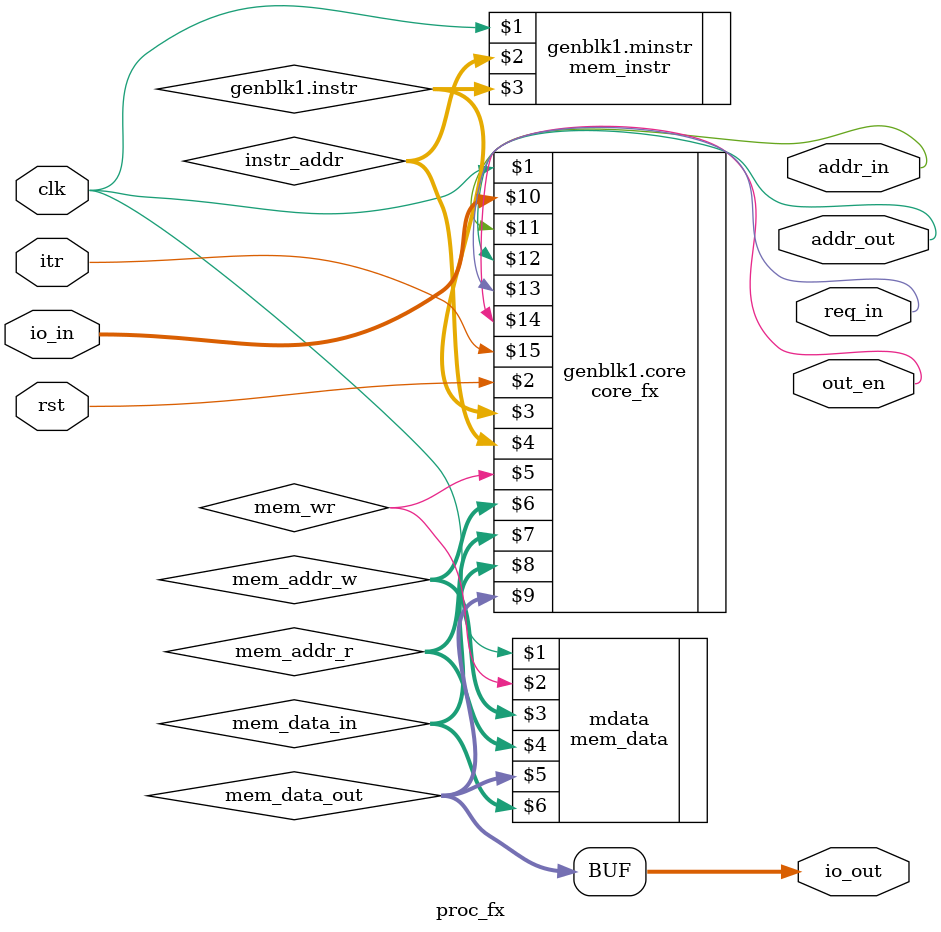
<source format=v>
module proc_fx
#(
	// -------------------------------------------------------------------------
	// Parametros de configuracao geral ----------------------------------------
	// -------------------------------------------------------------------------

	// Memorias
	parameter IFILE = "inst.mif",       // Arquivo contendo o programa a ser executado
	parameter DFILE = "data.mif",       // Arquivo com conteudo da memoria de dados

	// Fluxo de dados
	parameter NUBITS = 16,              // Tamanho da palavra do processador
    parameter NBMANT = 23,              // Numero de bits da mantissa
    parameter NBEXPO =  8,              // Numero de bits do expoente
	parameter MDATAS = 64,              // Tamanho da memoria de dados
	parameter MINSTS = 64,              // Tamanho da memoria de intrucoes
	parameter SDEPTH =  8,              // Tamanho da pilha   de instrucao

	// Entrada e Saida
	parameter NUIOIN =  2,              // Numero de enderecos de entrada
	parameter NUIOOU =  2,              // Numero de enderecos de saida

	// Constantes internas
	parameter NUGAIN = 64,              // Valor usado na divisao por um numero fixo (NRM e NORMS)
	parameter FFTSIZ =  3,              // Tamanho da FFT na inversao de bits
	parameter ITRADD =  0,              // Endereco da interrupcao

	// -------------------------------------------------------------------------
	// Parametros para alocacao dinamica de recursos ---------------------------
	// -------------------------------------------------------------------------

	// Implementa pilha de subrotinas
	parameter CAL   =   0,

	// Implementa enderecamento indireto
	parameter SRF   =   0,
	parameter LDI   =   0,

	// Implementa inversao de bits na indexacao
	parameter FFT   =   0,

	// ULA - Operadores aritmeticos
	parameter ADD   =   0,
	parameter MLT   =   0,
	parameter DIV   =   0,
	parameter MOD   =   0,              // Resto da divisao
	parameter ABS   =   0,              // Valor absoluto do acumulador
	parameter NRM   =   0,              // Divide pela constante NUGAIN (ex: x = /> y + z;);
	parameter PST   =   0,              // Zera se for negativo
	parameter SGN   =   0,              // Copia sinal de uma variavel na outra
	parameter NEG   =   0,              // complemento a 2
    parameter NEGM  =   0,              // NEG com memoria
    parameter FNEG  =   0,              // negativo de um numero em ponto flutuante
    parameter FNEGM =   0,              // FNEG com memoria

	// ULA - Opeardores logicos bitwise
	parameter OR    =   0,
	parameter AND   =   0,
	parameter INV   =   0,
	parameter XOR   =   0,

	// ULA - Operadores de deslocamento de bit
	parameter SHR   =   0,
	parameter SHL   =   0,
	parameter SRS   =   0,              // Mantem o sinal em complemento a 2

	// ULA - Operadores logicos que resultam em 1 bit
	parameter LOR   =   0,
	parameter LAN   =   0,
	parameter LIN   =   0,
	parameter GRE   =   0,
	parameter LES   =   0,
	parameter EQU   =   0,

    // Operacoes de conversao entre int e float
	parameter F2I   =   0,
    parameter I2F   =   0,

	// -------------------------------------------------------------------------
	// Parametros internos -----------------------------------------------------
	// -------------------------------------------------------------------------

	parameter NBOPCO = 6,               // Numero de bits de opcode (mudar o comp. assembler de acordo, em eval.c)
	parameter MDATAW = $clog2(MDATAS),  // Numero de bits de endereco da memoria de dados
	parameter MINSTW = $clog2(MINSTS)   // Numero de bits de endereco da memoria de instrucao
)
(
	input                       clk     , rst,

	input  [NUBITS        -1:0] io_in   ,
	output [NUBITS        -1:0] io_out  ,
	output [$clog2(NUIOIN)-1:0] addr_in ,
	output [$clog2(NUIOOU)-1:0] addr_out,

	output                      req_in  , out_en,

	input                       itr
);

// ----------------------------------------------------------------------------
// Processador e Mem de instrucao ---------------------------------------------
// ----------------------------------------------------------------------------

wire        [MINSTW-1:0] instr_addr;
wire                     mem_wr;
wire        [MDATAW-1:0] mem_addr_w, mem_addr_r;
wire signed [NUBITS-1:0] mem_data_in;
wire signed [NUBITS-1:0] mem_data_out;

assign io_out = mem_data_out;

generate // O circuito eh diferente, dependendo de qual das duas memorias eh maior

if (MDATAW > MINSTW) begin

wire [NBOPCO+MDATAW-1:0] instr;

core_fx #(.NUBITS(NUBITS),
          .NBMANT(NBMANT),
          .NBEXPO(NBEXPO),
          .NBOPCO(NBOPCO),
          .MDATAW(MDATAW),
          .MINSTW(MINSTW),
          .SDEPTH(SDEPTH),
          .NBOPER(MDATAW), // aqui eh que muda pra esse generate
          .MDATAS(MDATAS),
          .NUIOIN(NUIOIN),
          .NUIOOU(NUIOOU),
          .NUGAIN(NUGAIN),
          .FFTSIZ(FFTSIZ),
          .ITRADD(ITRADD),
          .DIV   (DIV   ),
          .OR    (OR    ),
          .LOR   (LOR   ),
          .GRE   (GRE   ),
          .MOD   (MOD   ),
          .ADD   (ADD   ),
          .NEG   (NEG   ),
          .NEGM  (NEGM  ),
          .FNEG  (FNEG  ),
          .FNEGM (FNEGM ),
          .MLT   (MLT   ),
          .CAL   (CAL   ),
          .SRF   (SRF   ),
          .LDI   (LDI   ),
          .FFT   (FFT   ),
          .LES   (LES   ),
          .EQU   (EQU   ),
          .AND   (AND   ),
          .LAN   (LAN   ),
          .INV   (INV   ),
          .LIN   (LIN   ),
          .SHR   (SHR   ),
          .XOR   (XOR   ),
          .SHL   (SHL   ),
          .SRS   (SRS   ),
          .NRM   (NRM   ),
          .ABS   (ABS   ),
          .F2I   (F2I   ),
          .I2F   (I2F   ),
          .PST   (PST   ),
          .SGN   (SGN   )) core(clk, rst,
                                instr, instr_addr,
                                mem_wr, mem_addr_w, mem_addr_r, mem_data_in, mem_data_out,
                                io_in, addr_in, addr_out, req_in, out_en, itr);

mem_instr # (.NADDRE(MINSTS       ),
             .NBDATA(NBOPCO+MDATAW),
             .FNAME (IFILE        )) minstr(clk, instr_addr, instr);

end else begin

wire [NBOPCO+MINSTW-1:0] instr;

core_fx #(.NUBITS(NUBITS),
          .NBMANT(NBMANT),
          .NBEXPO(NBEXPO),
          .NBOPCO(NBOPCO),
          .MDATAW(MDATAW),
          .MINSTW(MINSTW),
          .SDEPTH(SDEPTH),
          .NBOPER(MINSTW), // aqui eh que muda pra esse generate
          .MDATAS(MDATAS),
          .NUIOIN(NUIOIN),
          .NUIOOU(NUIOOU),
          .NUGAIN(NUGAIN),
          .FFTSIZ(FFTSIZ),
          .ITRADD(ITRADD),
          .DIV   (DIV   ),
          .OR    (OR    ),
          .LOR   (LOR   ),
          .GRE   (GRE   ),
          .MOD   (MOD   ),
          .ADD   (ADD   ),
          .NEG   (NEG   ),
          .NEGM  (NEGM  ),
          .FNEG  (FNEG  ),
          .FNEGM (FNEGM ),
          .MLT   (MLT   ),
          .CAL   (CAL   ),
          .SRF   (SRF   ),
          .LDI   (LDI   ),
          .FFT   (FFT   ),
          .LES   (LES   ),
          .EQU   (EQU   ),
          .AND   (AND   ),
          .LAN   (LAN   ),
          .INV   (INV   ),
          .LIN   (LIN   ),
          .SHR   (SHR   ),
          .XOR   (XOR   ),
          .SHL   (SHL   ),
          .SRS   (SRS   ),
          .NRM   (NRM   ),
          .ABS   (ABS   ),
          .F2I   (F2I   ),
          .I2F   (I2F   ),
          .PST   (PST   ),
          .SGN   (SGN   )) core(clk, rst,
                                instr, instr_addr,
                                mem_wr, mem_addr_w, mem_addr_r, mem_data_in, mem_data_out,
                                io_in, addr_in, addr_out, req_in, out_en, itr);

mem_instr # (.NADDRE(MINSTS       ),
             .NBDATA(NBOPCO+MINSTW),
             .FNAME (IFILE        )) minstr(clk, instr_addr, instr);

end

endgenerate

// ----------------------------------------------------------------------------
// Memoria de dados -----------------------------------------------------------
// ----------------------------------------------------------------------------

mem_data # (.NADDRE(MDATAS),
            .NBDATA(NUBITS),
            .FNAME (DFILE )) mdata(clk, mem_wr, mem_addr_w, mem_addr_r, mem_data_out, mem_data_in);

endmodule
</source>
